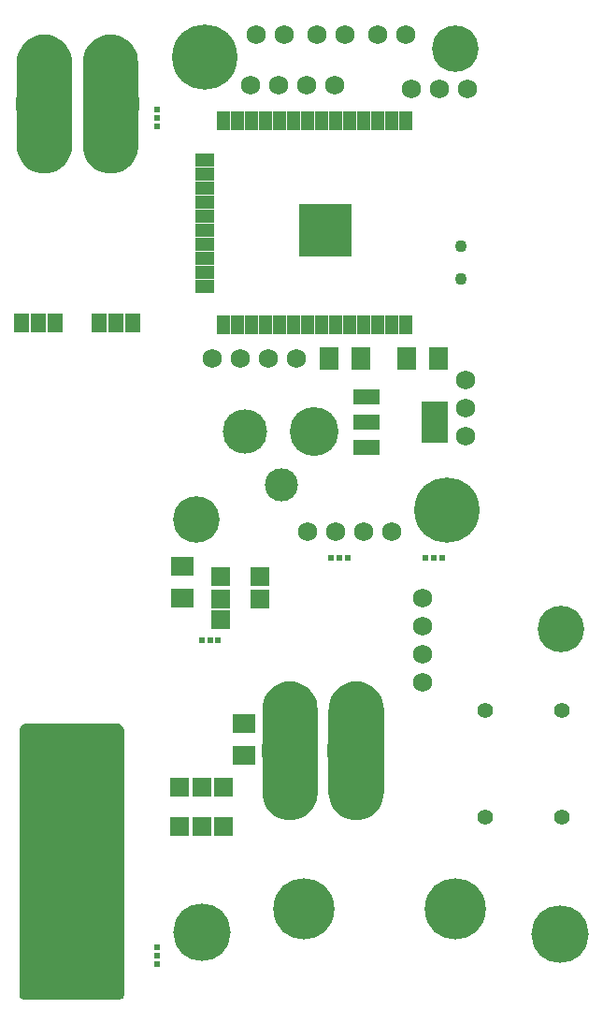
<source format=gbr>
G04 EAGLE Gerber RS-274X export*
G75*
%MOMM*%
%FSLAX34Y34*%
%LPD*%
%INSoldermask Top*%
%IPPOS*%
%AMOC8*
5,1,8,0,0,1.08239X$1,22.5*%
G01*
%ADD10C,0.603200*%
%ADD11C,5.903200*%
%ADD12C,5.203200*%
%ADD13C,4.203200*%
%ADD14R,1.203200X1.703200*%
%ADD15R,1.703200X1.203200*%
%ADD16R,4.703200X4.703200*%
%ADD17R,2.438400X1.422400*%
%ADD18R,2.403200X3.803200*%
%ADD19R,1.803200X2.006200*%
%ADD20R,2.006200X1.803200*%
%ADD21C,5.537200*%
%ADD22C,1.727200*%
%ADD23R,1.703200X1.703200*%
%ADD24C,1.403200*%
%ADD25R,1.371600X1.803400*%
%ADD26R,1.203200X1.203200*%
%ADD27C,1.103200*%
%ADD28C,4.419200*%
%ADD29C,4.019200*%
%ADD30C,3.003200*%

G36*
X107500Y2495D02*
X107500Y2495D01*
X107501Y2495D01*
X108613Y2620D01*
X108614Y2621D01*
X109671Y2990D01*
X109671Y2991D01*
X109672Y2991D01*
X110620Y3587D01*
X110621Y3587D01*
X111413Y4379D01*
X111413Y4380D01*
X112009Y5328D01*
X112009Y5329D01*
X112010Y5329D01*
X112379Y6386D01*
X112380Y6387D01*
X112380Y6390D01*
X112380Y6395D01*
X112381Y6395D01*
X112380Y6395D01*
X112383Y6420D01*
X112384Y6425D01*
X112384Y6430D01*
X112385Y6435D01*
X112386Y6440D01*
X112386Y6445D01*
X112387Y6449D01*
X112387Y6450D01*
X112387Y6454D01*
X112387Y6455D01*
X112390Y6479D01*
X112391Y6484D01*
X112391Y6489D01*
X112392Y6494D01*
X112392Y6499D01*
X112393Y6504D01*
X112393Y6509D01*
X112394Y6514D01*
X112394Y6519D01*
X112395Y6519D01*
X112394Y6519D01*
X112397Y6539D01*
X112397Y6544D01*
X112398Y6549D01*
X112398Y6554D01*
X112399Y6559D01*
X112400Y6564D01*
X112400Y6569D01*
X112401Y6574D01*
X112401Y6579D01*
X112403Y6599D01*
X112404Y6604D01*
X112405Y6608D01*
X112405Y6609D01*
X112405Y6613D01*
X112405Y6614D01*
X112406Y6618D01*
X112406Y6623D01*
X112407Y6628D01*
X112407Y6633D01*
X112408Y6638D01*
X112410Y6658D01*
X112411Y6663D01*
X112411Y6668D01*
X112412Y6673D01*
X112412Y6678D01*
X112413Y6683D01*
X112414Y6688D01*
X112414Y6693D01*
X112415Y6698D01*
X112417Y6718D01*
X112417Y6723D01*
X112418Y6728D01*
X112419Y6733D01*
X112419Y6738D01*
X112420Y6743D01*
X112420Y6748D01*
X112421Y6753D01*
X112421Y6758D01*
X112424Y6777D01*
X112424Y6782D01*
X112425Y6787D01*
X112425Y6792D01*
X112426Y6797D01*
X112426Y6802D01*
X112427Y6807D01*
X112428Y6812D01*
X112428Y6817D01*
X112430Y6837D01*
X112431Y6842D01*
X112431Y6847D01*
X112432Y6852D01*
X112433Y6857D01*
X112433Y6862D01*
X112434Y6867D01*
X112434Y6872D01*
X112435Y6877D01*
X112437Y6897D01*
X112438Y6902D01*
X112438Y6907D01*
X112439Y6912D01*
X112439Y6917D01*
X112440Y6922D01*
X112440Y6926D01*
X112440Y6927D01*
X112441Y6931D01*
X112441Y6932D01*
X112442Y6936D01*
X112444Y6956D01*
X112444Y6961D01*
X112445Y6966D01*
X112445Y6971D01*
X112446Y6976D01*
X112447Y6981D01*
X112447Y6986D01*
X112448Y6991D01*
X112448Y6996D01*
X112451Y7021D01*
X112452Y7026D01*
X112452Y7031D01*
X112453Y7036D01*
X112453Y7041D01*
X112454Y7046D01*
X112454Y7051D01*
X112455Y7056D01*
X112458Y7081D01*
X112458Y7085D01*
X112458Y7086D01*
X112459Y7090D01*
X112459Y7091D01*
X112459Y7095D01*
X112460Y7100D01*
X112461Y7105D01*
X112461Y7110D01*
X112462Y7115D01*
X112464Y7140D01*
X112465Y7145D01*
X112466Y7150D01*
X112466Y7155D01*
X112467Y7160D01*
X112467Y7165D01*
X112468Y7170D01*
X112468Y7175D01*
X112471Y7200D01*
X112472Y7205D01*
X112472Y7210D01*
X112473Y7215D01*
X112473Y7220D01*
X112474Y7225D01*
X112475Y7230D01*
X112475Y7235D01*
X112476Y7240D01*
X112478Y7259D01*
X112478Y7264D01*
X112479Y7269D01*
X112480Y7274D01*
X112480Y7279D01*
X112481Y7284D01*
X112481Y7289D01*
X112482Y7294D01*
X112482Y7299D01*
X112485Y7319D01*
X112485Y7324D01*
X112486Y7329D01*
X112486Y7334D01*
X112487Y7339D01*
X112487Y7344D01*
X112488Y7349D01*
X112489Y7354D01*
X112489Y7359D01*
X112491Y7379D01*
X112492Y7384D01*
X112492Y7389D01*
X112493Y7394D01*
X112494Y7399D01*
X112494Y7403D01*
X112494Y7404D01*
X112495Y7408D01*
X112495Y7409D01*
X112495Y7413D01*
X112496Y7418D01*
X112498Y7438D01*
X112499Y7443D01*
X112499Y7448D01*
X112500Y7453D01*
X112500Y7458D01*
X112501Y7463D01*
X112501Y7468D01*
X112502Y7473D01*
X112503Y7478D01*
X112505Y7498D01*
X112505Y7499D01*
X112505Y7500D01*
X112505Y245000D01*
X112505Y245001D01*
X112361Y246464D01*
X112360Y246464D01*
X112361Y246465D01*
X111934Y247872D01*
X111933Y247872D01*
X111934Y247872D01*
X111240Y249169D01*
X111240Y249170D01*
X110307Y250306D01*
X110307Y250307D01*
X110306Y250307D01*
X109170Y251240D01*
X109169Y251240D01*
X107872Y251934D01*
X107872Y251933D01*
X107872Y251934D01*
X106465Y252361D01*
X106464Y252360D01*
X106464Y252361D01*
X105001Y252505D01*
X105000Y252505D01*
X25000Y252505D01*
X23536Y252361D01*
X23536Y252360D01*
X23535Y252361D01*
X22128Y251934D01*
X22128Y251933D01*
X22128Y251934D01*
X20831Y251240D01*
X20830Y251240D01*
X19694Y250307D01*
X19693Y250307D01*
X19693Y250306D01*
X18760Y249170D01*
X18760Y249169D01*
X18067Y247872D01*
X18066Y247872D01*
X17639Y246465D01*
X17640Y246464D01*
X17639Y246464D01*
X17495Y245001D01*
X17495Y245000D01*
X17495Y7500D01*
X17495Y7499D01*
X17620Y6387D01*
X17621Y6386D01*
X17990Y5329D01*
X17991Y5329D01*
X17991Y5328D01*
X18587Y4380D01*
X18587Y4379D01*
X19379Y3587D01*
X19380Y3587D01*
X20328Y2991D01*
X20329Y2991D01*
X20329Y2990D01*
X21386Y2621D01*
X21387Y2620D01*
X22499Y2495D01*
X22500Y2495D01*
X107500Y2495D01*
X107500Y2495D01*
G37*
G36*
X43558Y750050D02*
X43558Y750050D01*
X43559Y750050D01*
X47044Y750808D01*
X47045Y750808D01*
X50387Y752055D01*
X50388Y752055D01*
X53518Y753764D01*
X53519Y753765D01*
X56375Y755902D01*
X56375Y755903D01*
X58897Y758425D01*
X58898Y758425D01*
X61035Y761281D01*
X61035Y761282D01*
X61036Y761282D01*
X62745Y764412D01*
X62745Y764413D01*
X63992Y767755D01*
X63992Y767756D01*
X64750Y771241D01*
X64750Y771242D01*
X64751Y771242D01*
X64753Y771274D01*
X64754Y771289D01*
X64756Y771314D01*
X64757Y771329D01*
X64760Y771369D01*
X64762Y771408D01*
X64765Y771448D01*
X64768Y771488D01*
X64771Y771528D01*
X64772Y771543D01*
X64775Y771582D01*
X64778Y771622D01*
X64781Y771662D01*
X64783Y771702D01*
X64786Y771741D01*
X64787Y771756D01*
X64790Y771796D01*
X64793Y771836D01*
X64796Y771875D01*
X64796Y771876D01*
X64799Y771915D01*
X64802Y771955D01*
X64803Y771970D01*
X64805Y772010D01*
X64808Y772049D01*
X64811Y772089D01*
X64814Y772129D01*
X64817Y772169D01*
X64818Y772184D01*
X64821Y772223D01*
X64824Y772263D01*
X64826Y772303D01*
X64829Y772343D01*
X64832Y772382D01*
X64833Y772397D01*
X64836Y772437D01*
X64839Y772477D01*
X64842Y772516D01*
X64842Y772517D01*
X64845Y772556D01*
X64847Y772596D01*
X64848Y772611D01*
X64851Y772651D01*
X64854Y772690D01*
X64857Y772730D01*
X64860Y772770D01*
X64863Y772810D01*
X64864Y772825D01*
X64867Y772864D01*
X64869Y772904D01*
X64872Y772944D01*
X64875Y772984D01*
X64878Y773023D01*
X64879Y773038D01*
X64882Y773078D01*
X64885Y773118D01*
X64888Y773157D01*
X64890Y773197D01*
X64893Y773237D01*
X64894Y773252D01*
X64897Y773292D01*
X64900Y773331D01*
X64903Y773371D01*
X64906Y773411D01*
X64908Y773451D01*
X64909Y773451D01*
X64908Y773451D01*
X64910Y773466D01*
X64912Y773505D01*
X64915Y773545D01*
X64918Y773585D01*
X64921Y773624D01*
X64921Y773625D01*
X64924Y773664D01*
X64925Y773679D01*
X64928Y773719D01*
X64931Y773759D01*
X64933Y773798D01*
X64936Y773838D01*
X64939Y773878D01*
X64940Y773893D01*
X64943Y773933D01*
X64946Y773972D01*
X64949Y774012D01*
X64951Y774052D01*
X64952Y774052D01*
X64951Y774052D01*
X64954Y774092D01*
X64955Y774106D01*
X64955Y774107D01*
X64958Y774146D01*
X64961Y774186D01*
X64964Y774226D01*
X64967Y774265D01*
X64967Y774266D01*
X64970Y774305D01*
X64971Y774320D01*
X64974Y774360D01*
X64976Y774400D01*
X64979Y774439D01*
X64982Y774479D01*
X64985Y774519D01*
X64986Y774534D01*
X64989Y774574D01*
X64992Y774613D01*
X64994Y774653D01*
X64995Y774653D01*
X64994Y774653D01*
X64997Y774693D01*
X65000Y774733D01*
X65001Y774747D01*
X65004Y774787D01*
X65005Y774800D01*
X65005Y850200D01*
X64751Y853758D01*
X64750Y853759D01*
X63992Y857244D01*
X63992Y857245D01*
X62745Y860587D01*
X62745Y860588D01*
X61036Y863718D01*
X61035Y863719D01*
X58898Y866575D01*
X58897Y866575D01*
X56375Y869097D01*
X56375Y869098D01*
X53519Y871235D01*
X53518Y871236D01*
X50388Y872945D01*
X50387Y872945D01*
X47045Y874192D01*
X47044Y874192D01*
X43559Y874950D01*
X43558Y874950D01*
X43558Y874951D01*
X43525Y874953D01*
X43456Y874958D01*
X43386Y874963D01*
X43317Y874968D01*
X43247Y874973D01*
X43178Y874978D01*
X43108Y874983D01*
X43039Y874988D01*
X42969Y874993D01*
X42900Y874998D01*
X42830Y875003D01*
X42761Y875008D01*
X42691Y875013D01*
X42622Y875017D01*
X42553Y875022D01*
X42552Y875022D01*
X42483Y875027D01*
X42414Y875032D01*
X42413Y875032D01*
X42344Y875037D01*
X42275Y875042D01*
X42205Y875047D01*
X42136Y875052D01*
X42066Y875057D01*
X41997Y875062D01*
X41927Y875067D01*
X41858Y875072D01*
X41788Y875077D01*
X41719Y875082D01*
X41649Y875087D01*
X41580Y875092D01*
X41510Y875097D01*
X41441Y875102D01*
X41372Y875107D01*
X41371Y875107D01*
X41302Y875112D01*
X41233Y875117D01*
X41232Y875117D01*
X41163Y875122D01*
X41094Y875127D01*
X41024Y875132D01*
X40955Y875137D01*
X40885Y875142D01*
X40816Y875147D01*
X40746Y875152D01*
X40677Y875157D01*
X40607Y875162D01*
X40538Y875167D01*
X40468Y875172D01*
X40399Y875176D01*
X40329Y875181D01*
X40260Y875186D01*
X40190Y875191D01*
X40121Y875196D01*
X40052Y875201D01*
X40051Y875201D01*
X40000Y875205D01*
X39949Y875201D01*
X39948Y875201D01*
X39879Y875196D01*
X39810Y875191D01*
X39740Y875186D01*
X39671Y875181D01*
X39601Y875176D01*
X39532Y875172D01*
X39462Y875167D01*
X39393Y875162D01*
X39323Y875157D01*
X39254Y875152D01*
X39184Y875147D01*
X39115Y875142D01*
X39045Y875137D01*
X38976Y875132D01*
X38906Y875127D01*
X38837Y875122D01*
X38768Y875117D01*
X38767Y875117D01*
X38698Y875112D01*
X38629Y875107D01*
X38628Y875107D01*
X38559Y875102D01*
X38490Y875097D01*
X38420Y875092D01*
X38351Y875087D01*
X38281Y875082D01*
X38212Y875077D01*
X38142Y875072D01*
X38073Y875067D01*
X38003Y875062D01*
X37934Y875057D01*
X37864Y875052D01*
X37795Y875047D01*
X37725Y875042D01*
X37656Y875037D01*
X37587Y875032D01*
X37586Y875032D01*
X37517Y875027D01*
X37448Y875022D01*
X37447Y875022D01*
X37378Y875017D01*
X37309Y875013D01*
X37239Y875008D01*
X37170Y875003D01*
X37100Y874998D01*
X37031Y874993D01*
X36961Y874988D01*
X36892Y874983D01*
X36822Y874978D01*
X36753Y874973D01*
X36683Y874968D01*
X36614Y874963D01*
X36544Y874958D01*
X36475Y874953D01*
X36442Y874951D01*
X36441Y874950D01*
X32956Y874192D01*
X32955Y874192D01*
X29613Y872945D01*
X29612Y872945D01*
X26482Y871236D01*
X26481Y871235D01*
X23625Y869098D01*
X23625Y869097D01*
X21103Y866575D01*
X21102Y866575D01*
X18965Y863719D01*
X18964Y863718D01*
X17255Y860588D01*
X17255Y860587D01*
X16008Y857245D01*
X16008Y857244D01*
X15250Y853759D01*
X15250Y853758D01*
X15248Y853742D01*
X15246Y853702D01*
X15245Y853702D01*
X15246Y853702D01*
X15244Y853687D01*
X15243Y853662D01*
X15242Y853647D01*
X15239Y853608D01*
X15236Y853568D01*
X15233Y853528D01*
X15230Y853489D01*
X15230Y853488D01*
X15227Y853449D01*
X15226Y853434D01*
X15223Y853394D01*
X15221Y853354D01*
X15218Y853315D01*
X15215Y853275D01*
X15212Y853235D01*
X15211Y853220D01*
X15208Y853180D01*
X15205Y853141D01*
X15203Y853101D01*
X15202Y853101D01*
X15203Y853101D01*
X15200Y853061D01*
X15197Y853021D01*
X15196Y853007D01*
X15196Y853006D01*
X15193Y852967D01*
X15190Y852927D01*
X15187Y852887D01*
X15184Y852848D01*
X15184Y852847D01*
X15182Y852808D01*
X15180Y852793D01*
X15178Y852753D01*
X15175Y852713D01*
X15172Y852674D01*
X15169Y852634D01*
X15166Y852594D01*
X15165Y852579D01*
X15162Y852539D01*
X15160Y852500D01*
X15159Y852500D01*
X15160Y852500D01*
X15157Y852460D01*
X15154Y852420D01*
X15151Y852380D01*
X15150Y852366D01*
X15147Y852326D01*
X15144Y852286D01*
X15141Y852246D01*
X15139Y852207D01*
X15136Y852167D01*
X15135Y852152D01*
X15132Y852112D01*
X15129Y852072D01*
X15126Y852033D01*
X15123Y851993D01*
X15120Y851953D01*
X15119Y851938D01*
X15117Y851899D01*
X15116Y851898D01*
X15117Y851898D01*
X15114Y851859D01*
X15111Y851819D01*
X15108Y851779D01*
X15105Y851740D01*
X15105Y851739D01*
X15104Y851725D01*
X15101Y851685D01*
X15098Y851645D01*
X15096Y851605D01*
X15093Y851566D01*
X15090Y851526D01*
X15089Y851511D01*
X15086Y851471D01*
X15083Y851431D01*
X15080Y851392D01*
X15077Y851352D01*
X15075Y851312D01*
X15074Y851297D01*
X15073Y851297D01*
X15071Y851258D01*
X15071Y851257D01*
X15068Y851218D01*
X15065Y851178D01*
X15062Y851138D01*
X15059Y851099D01*
X15059Y851098D01*
X15058Y851084D01*
X15055Y851044D01*
X15053Y851004D01*
X15050Y850964D01*
X15047Y850925D01*
X15044Y850885D01*
X15043Y850870D01*
X15040Y850830D01*
X15037Y850790D01*
X15034Y850751D01*
X15032Y850711D01*
X15029Y850671D01*
X15028Y850656D01*
X15025Y850617D01*
X15022Y850577D01*
X15019Y850537D01*
X15016Y850497D01*
X15013Y850458D01*
X15012Y850443D01*
X15010Y850403D01*
X15007Y850363D01*
X15004Y850323D01*
X15001Y850284D01*
X14998Y850244D01*
X14997Y850229D01*
X14995Y850200D01*
X14995Y774800D01*
X15250Y771242D01*
X15250Y771241D01*
X16008Y767756D01*
X16008Y767755D01*
X17255Y764413D01*
X17255Y764412D01*
X18964Y761282D01*
X18965Y761281D01*
X21102Y758425D01*
X21103Y758425D01*
X23625Y755903D01*
X23625Y755902D01*
X26481Y753765D01*
X26482Y753765D01*
X26482Y753764D01*
X29612Y752055D01*
X29613Y752055D01*
X32955Y750808D01*
X32956Y750808D01*
X36441Y750050D01*
X36442Y750050D01*
X40000Y749795D01*
X43558Y750050D01*
G37*
G36*
X103558Y750050D02*
X103558Y750050D01*
X103559Y750050D01*
X107044Y750808D01*
X107045Y750808D01*
X110387Y752055D01*
X110388Y752055D01*
X113518Y753764D01*
X113519Y753765D01*
X116375Y755902D01*
X116375Y755903D01*
X118897Y758425D01*
X118898Y758425D01*
X121035Y761281D01*
X121035Y761282D01*
X121036Y761282D01*
X122745Y764412D01*
X122745Y764413D01*
X123992Y767755D01*
X123992Y767756D01*
X124750Y771241D01*
X124750Y771242D01*
X124751Y771242D01*
X124753Y771274D01*
X124754Y771289D01*
X124756Y771314D01*
X124757Y771329D01*
X124760Y771369D01*
X124762Y771408D01*
X124765Y771448D01*
X124768Y771488D01*
X124771Y771528D01*
X124772Y771543D01*
X124775Y771582D01*
X124778Y771622D01*
X124781Y771662D01*
X124783Y771702D01*
X124786Y771741D01*
X124787Y771756D01*
X124790Y771796D01*
X124793Y771836D01*
X124796Y771875D01*
X124796Y771876D01*
X124799Y771915D01*
X124802Y771955D01*
X124803Y771970D01*
X124805Y772010D01*
X124808Y772049D01*
X124811Y772089D01*
X124814Y772129D01*
X124817Y772169D01*
X124818Y772184D01*
X124821Y772223D01*
X124824Y772263D01*
X124826Y772303D01*
X124829Y772343D01*
X124832Y772382D01*
X124833Y772397D01*
X124836Y772437D01*
X124839Y772477D01*
X124842Y772516D01*
X124842Y772517D01*
X124845Y772556D01*
X124847Y772596D01*
X124848Y772611D01*
X124851Y772651D01*
X124854Y772690D01*
X124857Y772730D01*
X124860Y772770D01*
X124863Y772810D01*
X124864Y772825D01*
X124867Y772864D01*
X124869Y772904D01*
X124872Y772944D01*
X124875Y772984D01*
X124878Y773023D01*
X124879Y773038D01*
X124882Y773078D01*
X124885Y773118D01*
X124888Y773157D01*
X124890Y773197D01*
X124893Y773237D01*
X124894Y773252D01*
X124897Y773292D01*
X124900Y773331D01*
X124903Y773371D01*
X124906Y773411D01*
X124908Y773451D01*
X124909Y773451D01*
X124908Y773451D01*
X124910Y773466D01*
X124912Y773505D01*
X124915Y773545D01*
X124918Y773585D01*
X124921Y773624D01*
X124921Y773625D01*
X124924Y773664D01*
X124925Y773679D01*
X124928Y773719D01*
X124931Y773759D01*
X124933Y773798D01*
X124936Y773838D01*
X124939Y773878D01*
X124940Y773893D01*
X124943Y773933D01*
X124946Y773972D01*
X124949Y774012D01*
X124951Y774052D01*
X124952Y774052D01*
X124951Y774052D01*
X124954Y774092D01*
X124955Y774106D01*
X124955Y774107D01*
X124958Y774146D01*
X124961Y774186D01*
X124964Y774226D01*
X124967Y774265D01*
X124967Y774266D01*
X124970Y774305D01*
X124971Y774320D01*
X124974Y774360D01*
X124976Y774400D01*
X124979Y774439D01*
X124982Y774479D01*
X124985Y774519D01*
X124986Y774534D01*
X124989Y774574D01*
X124992Y774613D01*
X124994Y774653D01*
X124995Y774653D01*
X124994Y774653D01*
X124997Y774693D01*
X125000Y774733D01*
X125001Y774747D01*
X125004Y774787D01*
X125005Y774800D01*
X125005Y850200D01*
X124751Y853758D01*
X124750Y853759D01*
X123992Y857244D01*
X123992Y857245D01*
X122745Y860587D01*
X122745Y860588D01*
X121036Y863718D01*
X121035Y863719D01*
X118898Y866575D01*
X118897Y866575D01*
X116375Y869097D01*
X116375Y869098D01*
X113519Y871235D01*
X113518Y871236D01*
X110388Y872945D01*
X110387Y872945D01*
X107045Y874192D01*
X107044Y874192D01*
X103559Y874950D01*
X103558Y874950D01*
X103558Y874951D01*
X103525Y874953D01*
X103456Y874958D01*
X103386Y874963D01*
X103317Y874968D01*
X103247Y874973D01*
X103178Y874978D01*
X103108Y874983D01*
X103039Y874988D01*
X102969Y874993D01*
X102900Y874998D01*
X102830Y875003D01*
X102761Y875008D01*
X102691Y875013D01*
X102622Y875017D01*
X102553Y875022D01*
X102552Y875022D01*
X102483Y875027D01*
X102414Y875032D01*
X102413Y875032D01*
X102344Y875037D01*
X102275Y875042D01*
X102205Y875047D01*
X102136Y875052D01*
X102066Y875057D01*
X101997Y875062D01*
X101927Y875067D01*
X101858Y875072D01*
X101788Y875077D01*
X101719Y875082D01*
X101649Y875087D01*
X101580Y875092D01*
X101510Y875097D01*
X101441Y875102D01*
X101372Y875107D01*
X101371Y875107D01*
X101302Y875112D01*
X101233Y875117D01*
X101232Y875117D01*
X101163Y875122D01*
X101094Y875127D01*
X101024Y875132D01*
X100955Y875137D01*
X100885Y875142D01*
X100816Y875147D01*
X100746Y875152D01*
X100677Y875157D01*
X100607Y875162D01*
X100538Y875167D01*
X100468Y875172D01*
X100399Y875176D01*
X100329Y875181D01*
X100260Y875186D01*
X100190Y875191D01*
X100121Y875196D01*
X100052Y875201D01*
X100051Y875201D01*
X100000Y875205D01*
X99949Y875201D01*
X99948Y875201D01*
X99879Y875196D01*
X99810Y875191D01*
X99740Y875186D01*
X99671Y875181D01*
X99601Y875176D01*
X99532Y875172D01*
X99462Y875167D01*
X99393Y875162D01*
X99323Y875157D01*
X99254Y875152D01*
X99184Y875147D01*
X99115Y875142D01*
X99045Y875137D01*
X98976Y875132D01*
X98906Y875127D01*
X98837Y875122D01*
X98768Y875117D01*
X98767Y875117D01*
X98698Y875112D01*
X98629Y875107D01*
X98628Y875107D01*
X98559Y875102D01*
X98490Y875097D01*
X98420Y875092D01*
X98351Y875087D01*
X98281Y875082D01*
X98212Y875077D01*
X98142Y875072D01*
X98073Y875067D01*
X98003Y875062D01*
X97934Y875057D01*
X97864Y875052D01*
X97795Y875047D01*
X97725Y875042D01*
X97656Y875037D01*
X97587Y875032D01*
X97586Y875032D01*
X97517Y875027D01*
X97448Y875022D01*
X97447Y875022D01*
X97378Y875017D01*
X97309Y875013D01*
X97239Y875008D01*
X97170Y875003D01*
X97100Y874998D01*
X97031Y874993D01*
X96961Y874988D01*
X96892Y874983D01*
X96822Y874978D01*
X96753Y874973D01*
X96683Y874968D01*
X96614Y874963D01*
X96544Y874958D01*
X96475Y874953D01*
X96442Y874951D01*
X96441Y874950D01*
X92956Y874192D01*
X92955Y874192D01*
X89613Y872945D01*
X89612Y872945D01*
X86482Y871236D01*
X86481Y871235D01*
X83625Y869098D01*
X83625Y869097D01*
X81103Y866575D01*
X81102Y866575D01*
X78965Y863719D01*
X78964Y863718D01*
X77255Y860588D01*
X77255Y860587D01*
X76008Y857245D01*
X76008Y857244D01*
X75250Y853759D01*
X75250Y853758D01*
X75248Y853742D01*
X75246Y853702D01*
X75245Y853702D01*
X75246Y853702D01*
X75244Y853687D01*
X75243Y853662D01*
X75242Y853647D01*
X75239Y853608D01*
X75236Y853568D01*
X75233Y853528D01*
X75230Y853489D01*
X75230Y853488D01*
X75227Y853449D01*
X75226Y853434D01*
X75223Y853394D01*
X75221Y853354D01*
X75218Y853315D01*
X75215Y853275D01*
X75212Y853235D01*
X75211Y853220D01*
X75208Y853180D01*
X75205Y853141D01*
X75203Y853101D01*
X75202Y853101D01*
X75203Y853101D01*
X75200Y853061D01*
X75197Y853021D01*
X75196Y853007D01*
X75196Y853006D01*
X75193Y852967D01*
X75190Y852927D01*
X75187Y852887D01*
X75184Y852848D01*
X75184Y852847D01*
X75182Y852808D01*
X75180Y852793D01*
X75178Y852753D01*
X75175Y852713D01*
X75172Y852674D01*
X75169Y852634D01*
X75166Y852594D01*
X75165Y852579D01*
X75162Y852539D01*
X75160Y852500D01*
X75159Y852500D01*
X75160Y852500D01*
X75157Y852460D01*
X75154Y852420D01*
X75151Y852380D01*
X75150Y852366D01*
X75147Y852326D01*
X75144Y852286D01*
X75141Y852246D01*
X75139Y852207D01*
X75136Y852167D01*
X75135Y852152D01*
X75132Y852112D01*
X75129Y852072D01*
X75126Y852033D01*
X75123Y851993D01*
X75120Y851953D01*
X75119Y851938D01*
X75117Y851899D01*
X75116Y851898D01*
X75117Y851898D01*
X75114Y851859D01*
X75111Y851819D01*
X75108Y851779D01*
X75105Y851740D01*
X75105Y851739D01*
X75104Y851725D01*
X75101Y851685D01*
X75098Y851645D01*
X75096Y851605D01*
X75093Y851566D01*
X75090Y851526D01*
X75089Y851511D01*
X75086Y851471D01*
X75083Y851431D01*
X75080Y851392D01*
X75077Y851352D01*
X75075Y851312D01*
X75074Y851297D01*
X75073Y851297D01*
X75071Y851258D01*
X75071Y851257D01*
X75068Y851218D01*
X75065Y851178D01*
X75062Y851138D01*
X75059Y851099D01*
X75059Y851098D01*
X75058Y851084D01*
X75055Y851044D01*
X75053Y851004D01*
X75050Y850964D01*
X75047Y850925D01*
X75044Y850885D01*
X75043Y850870D01*
X75040Y850830D01*
X75037Y850790D01*
X75034Y850751D01*
X75032Y850711D01*
X75029Y850671D01*
X75028Y850656D01*
X75025Y850617D01*
X75022Y850577D01*
X75019Y850537D01*
X75016Y850497D01*
X75013Y850458D01*
X75012Y850443D01*
X75010Y850403D01*
X75007Y850363D01*
X75004Y850323D01*
X75001Y850284D01*
X74998Y850244D01*
X74997Y850229D01*
X74995Y850200D01*
X74995Y774800D01*
X75250Y771242D01*
X75250Y771241D01*
X76008Y767756D01*
X76008Y767755D01*
X77255Y764413D01*
X77255Y764412D01*
X78964Y761282D01*
X78965Y761281D01*
X81102Y758425D01*
X81103Y758425D01*
X83625Y755903D01*
X83625Y755902D01*
X86481Y753765D01*
X86482Y753765D01*
X86482Y753764D01*
X89612Y752055D01*
X89613Y752055D01*
X92955Y750808D01*
X92956Y750808D01*
X96441Y750050D01*
X96442Y750050D01*
X100000Y749795D01*
X103558Y750050D01*
G37*
G36*
X326058Y165050D02*
X326058Y165050D01*
X326059Y165050D01*
X329544Y165808D01*
X329545Y165808D01*
X332887Y167055D01*
X332888Y167055D01*
X336018Y168764D01*
X336019Y168765D01*
X338875Y170902D01*
X338875Y170903D01*
X341397Y173425D01*
X341398Y173425D01*
X343535Y176281D01*
X343535Y176282D01*
X343536Y176282D01*
X345245Y179412D01*
X345245Y179413D01*
X346492Y182755D01*
X346492Y182756D01*
X347250Y186241D01*
X347250Y186242D01*
X347251Y186242D01*
X347253Y186274D01*
X347254Y186289D01*
X347256Y186314D01*
X347257Y186329D01*
X347260Y186369D01*
X347262Y186408D01*
X347265Y186448D01*
X347268Y186488D01*
X347271Y186528D01*
X347272Y186543D01*
X347275Y186582D01*
X347278Y186622D01*
X347281Y186662D01*
X347283Y186702D01*
X347286Y186741D01*
X347287Y186756D01*
X347290Y186796D01*
X347293Y186836D01*
X347296Y186875D01*
X347296Y186876D01*
X347299Y186915D01*
X347302Y186955D01*
X347303Y186970D01*
X347305Y187010D01*
X347308Y187049D01*
X347311Y187089D01*
X347314Y187129D01*
X347317Y187169D01*
X347318Y187184D01*
X347321Y187223D01*
X347324Y187263D01*
X347326Y187303D01*
X347329Y187343D01*
X347332Y187382D01*
X347333Y187397D01*
X347336Y187437D01*
X347339Y187477D01*
X347342Y187516D01*
X347342Y187517D01*
X347345Y187556D01*
X347347Y187596D01*
X347348Y187611D01*
X347351Y187651D01*
X347354Y187690D01*
X347357Y187730D01*
X347360Y187770D01*
X347363Y187810D01*
X347364Y187825D01*
X347367Y187864D01*
X347369Y187904D01*
X347372Y187944D01*
X347375Y187984D01*
X347378Y188023D01*
X347379Y188038D01*
X347382Y188078D01*
X347385Y188118D01*
X347388Y188157D01*
X347390Y188197D01*
X347393Y188237D01*
X347394Y188252D01*
X347397Y188292D01*
X347400Y188331D01*
X347403Y188371D01*
X347406Y188411D01*
X347408Y188451D01*
X347409Y188451D01*
X347408Y188451D01*
X347410Y188466D01*
X347412Y188505D01*
X347415Y188545D01*
X347418Y188585D01*
X347421Y188624D01*
X347421Y188625D01*
X347424Y188664D01*
X347425Y188679D01*
X347428Y188719D01*
X347431Y188759D01*
X347433Y188798D01*
X347436Y188838D01*
X347439Y188878D01*
X347440Y188893D01*
X347443Y188933D01*
X347446Y188972D01*
X347449Y189012D01*
X347451Y189052D01*
X347452Y189052D01*
X347451Y189052D01*
X347454Y189092D01*
X347455Y189106D01*
X347455Y189107D01*
X347458Y189146D01*
X347461Y189186D01*
X347464Y189226D01*
X347467Y189265D01*
X347467Y189266D01*
X347470Y189305D01*
X347471Y189320D01*
X347474Y189360D01*
X347476Y189400D01*
X347479Y189439D01*
X347482Y189479D01*
X347485Y189519D01*
X347486Y189534D01*
X347489Y189574D01*
X347492Y189613D01*
X347494Y189653D01*
X347495Y189653D01*
X347494Y189653D01*
X347497Y189693D01*
X347500Y189733D01*
X347501Y189747D01*
X347504Y189787D01*
X347505Y189800D01*
X347505Y265200D01*
X347251Y268758D01*
X347250Y268759D01*
X346492Y272244D01*
X346492Y272245D01*
X345245Y275587D01*
X345245Y275588D01*
X343536Y278718D01*
X343535Y278719D01*
X341398Y281575D01*
X341397Y281575D01*
X338875Y284097D01*
X338875Y284098D01*
X336019Y286235D01*
X336018Y286236D01*
X332888Y287945D01*
X332887Y287945D01*
X329545Y289192D01*
X329544Y289192D01*
X326059Y289950D01*
X326058Y289950D01*
X326058Y289951D01*
X326025Y289953D01*
X325956Y289958D01*
X325886Y289963D01*
X325817Y289968D01*
X325747Y289973D01*
X325678Y289978D01*
X325608Y289983D01*
X325539Y289988D01*
X325469Y289993D01*
X325400Y289998D01*
X325330Y290003D01*
X325261Y290008D01*
X325191Y290013D01*
X325122Y290017D01*
X325053Y290022D01*
X325052Y290022D01*
X324983Y290027D01*
X324914Y290032D01*
X324913Y290032D01*
X324844Y290037D01*
X324775Y290042D01*
X324705Y290047D01*
X324636Y290052D01*
X324566Y290057D01*
X324497Y290062D01*
X324427Y290067D01*
X324358Y290072D01*
X324288Y290077D01*
X324219Y290082D01*
X324149Y290087D01*
X324080Y290092D01*
X324010Y290097D01*
X323941Y290102D01*
X323872Y290107D01*
X323871Y290107D01*
X323802Y290112D01*
X323733Y290117D01*
X323732Y290117D01*
X323663Y290122D01*
X323594Y290127D01*
X323524Y290132D01*
X323455Y290137D01*
X323385Y290142D01*
X323316Y290147D01*
X323246Y290152D01*
X323177Y290157D01*
X323107Y290162D01*
X323038Y290167D01*
X322968Y290172D01*
X322899Y290176D01*
X322829Y290181D01*
X322760Y290186D01*
X322690Y290191D01*
X322621Y290196D01*
X322552Y290201D01*
X322551Y290201D01*
X322500Y290205D01*
X322449Y290201D01*
X322448Y290201D01*
X322379Y290196D01*
X322310Y290191D01*
X322240Y290186D01*
X322171Y290181D01*
X322101Y290176D01*
X322032Y290172D01*
X321962Y290167D01*
X321893Y290162D01*
X321823Y290157D01*
X321754Y290152D01*
X321684Y290147D01*
X321615Y290142D01*
X321545Y290137D01*
X321476Y290132D01*
X321406Y290127D01*
X321337Y290122D01*
X321268Y290117D01*
X321267Y290117D01*
X321198Y290112D01*
X321129Y290107D01*
X321128Y290107D01*
X321059Y290102D01*
X320990Y290097D01*
X320920Y290092D01*
X320851Y290087D01*
X320781Y290082D01*
X320712Y290077D01*
X320642Y290072D01*
X320573Y290067D01*
X320503Y290062D01*
X320434Y290057D01*
X320364Y290052D01*
X320295Y290047D01*
X320225Y290042D01*
X320156Y290037D01*
X320087Y290032D01*
X320086Y290032D01*
X320017Y290027D01*
X319948Y290022D01*
X319947Y290022D01*
X319878Y290017D01*
X319809Y290013D01*
X319739Y290008D01*
X319670Y290003D01*
X319600Y289998D01*
X319531Y289993D01*
X319461Y289988D01*
X319392Y289983D01*
X319322Y289978D01*
X319253Y289973D01*
X319183Y289968D01*
X319114Y289963D01*
X319044Y289958D01*
X318975Y289953D01*
X318942Y289951D01*
X318941Y289950D01*
X315456Y289192D01*
X315455Y289192D01*
X312113Y287945D01*
X312112Y287945D01*
X308982Y286236D01*
X308981Y286235D01*
X306125Y284098D01*
X306125Y284097D01*
X303603Y281575D01*
X303602Y281575D01*
X301465Y278719D01*
X301464Y278718D01*
X299755Y275588D01*
X299755Y275587D01*
X298508Y272245D01*
X298508Y272244D01*
X297750Y268759D01*
X297750Y268758D01*
X297748Y268742D01*
X297746Y268702D01*
X297745Y268702D01*
X297746Y268702D01*
X297744Y268687D01*
X297743Y268662D01*
X297742Y268647D01*
X297739Y268608D01*
X297736Y268568D01*
X297733Y268528D01*
X297730Y268489D01*
X297730Y268488D01*
X297727Y268449D01*
X297726Y268434D01*
X297723Y268394D01*
X297721Y268354D01*
X297718Y268315D01*
X297715Y268275D01*
X297712Y268235D01*
X297711Y268220D01*
X297708Y268180D01*
X297705Y268141D01*
X297703Y268101D01*
X297702Y268101D01*
X297703Y268101D01*
X297700Y268061D01*
X297697Y268021D01*
X297696Y268007D01*
X297696Y268006D01*
X297693Y267967D01*
X297690Y267927D01*
X297687Y267887D01*
X297684Y267848D01*
X297684Y267847D01*
X297682Y267808D01*
X297680Y267793D01*
X297678Y267753D01*
X297675Y267713D01*
X297672Y267674D01*
X297669Y267634D01*
X297666Y267594D01*
X297665Y267579D01*
X297662Y267539D01*
X297660Y267500D01*
X297659Y267500D01*
X297660Y267500D01*
X297657Y267460D01*
X297654Y267420D01*
X297651Y267380D01*
X297650Y267366D01*
X297647Y267326D01*
X297644Y267286D01*
X297641Y267246D01*
X297639Y267207D01*
X297636Y267167D01*
X297635Y267152D01*
X297632Y267112D01*
X297629Y267072D01*
X297626Y267033D01*
X297623Y266993D01*
X297620Y266953D01*
X297619Y266938D01*
X297617Y266899D01*
X297616Y266898D01*
X297617Y266898D01*
X297614Y266859D01*
X297611Y266819D01*
X297608Y266779D01*
X297605Y266740D01*
X297605Y266739D01*
X297604Y266725D01*
X297601Y266685D01*
X297598Y266645D01*
X297596Y266605D01*
X297593Y266566D01*
X297590Y266526D01*
X297589Y266511D01*
X297586Y266471D01*
X297583Y266431D01*
X297580Y266392D01*
X297577Y266352D01*
X297575Y266312D01*
X297574Y266297D01*
X297573Y266297D01*
X297571Y266258D01*
X297571Y266257D01*
X297568Y266218D01*
X297565Y266178D01*
X297562Y266138D01*
X297559Y266099D01*
X297559Y266098D01*
X297558Y266084D01*
X297555Y266044D01*
X297553Y266004D01*
X297550Y265964D01*
X297547Y265925D01*
X297544Y265885D01*
X297543Y265870D01*
X297540Y265830D01*
X297537Y265790D01*
X297534Y265751D01*
X297532Y265711D01*
X297529Y265671D01*
X297528Y265656D01*
X297525Y265617D01*
X297522Y265577D01*
X297519Y265537D01*
X297516Y265497D01*
X297513Y265458D01*
X297512Y265443D01*
X297510Y265403D01*
X297507Y265363D01*
X297504Y265323D01*
X297501Y265284D01*
X297498Y265244D01*
X297497Y265229D01*
X297495Y265200D01*
X297495Y189800D01*
X297750Y186242D01*
X297750Y186241D01*
X298508Y182756D01*
X298508Y182755D01*
X299755Y179413D01*
X299755Y179412D01*
X301464Y176282D01*
X301465Y176281D01*
X303602Y173425D01*
X303603Y173425D01*
X306125Y170903D01*
X306125Y170902D01*
X308981Y168765D01*
X308982Y168765D01*
X308982Y168764D01*
X312112Y167055D01*
X312113Y167055D01*
X315455Y165808D01*
X315456Y165808D01*
X318941Y165050D01*
X318942Y165050D01*
X322500Y164795D01*
X326058Y165050D01*
G37*
G36*
X266058Y165050D02*
X266058Y165050D01*
X266059Y165050D01*
X269544Y165808D01*
X269545Y165808D01*
X272887Y167055D01*
X272888Y167055D01*
X276018Y168764D01*
X276019Y168765D01*
X278875Y170902D01*
X278875Y170903D01*
X281397Y173425D01*
X281398Y173425D01*
X283535Y176281D01*
X283535Y176282D01*
X283536Y176282D01*
X285245Y179412D01*
X285245Y179413D01*
X286492Y182755D01*
X286492Y182756D01*
X287250Y186241D01*
X287250Y186242D01*
X287251Y186242D01*
X287253Y186274D01*
X287254Y186289D01*
X287256Y186314D01*
X287257Y186329D01*
X287260Y186369D01*
X287262Y186408D01*
X287265Y186448D01*
X287268Y186488D01*
X287271Y186528D01*
X287272Y186543D01*
X287275Y186582D01*
X287278Y186622D01*
X287281Y186662D01*
X287283Y186702D01*
X287286Y186741D01*
X287287Y186756D01*
X287290Y186796D01*
X287293Y186836D01*
X287296Y186875D01*
X287296Y186876D01*
X287299Y186915D01*
X287302Y186955D01*
X287303Y186970D01*
X287305Y187010D01*
X287308Y187049D01*
X287311Y187089D01*
X287314Y187129D01*
X287317Y187169D01*
X287318Y187184D01*
X287321Y187223D01*
X287324Y187263D01*
X287326Y187303D01*
X287329Y187343D01*
X287332Y187382D01*
X287333Y187397D01*
X287336Y187437D01*
X287339Y187477D01*
X287342Y187516D01*
X287342Y187517D01*
X287345Y187556D01*
X287347Y187596D01*
X287348Y187611D01*
X287351Y187651D01*
X287354Y187690D01*
X287357Y187730D01*
X287360Y187770D01*
X287363Y187810D01*
X287364Y187825D01*
X287367Y187864D01*
X287369Y187904D01*
X287372Y187944D01*
X287375Y187984D01*
X287378Y188023D01*
X287379Y188038D01*
X287382Y188078D01*
X287385Y188118D01*
X287388Y188157D01*
X287390Y188197D01*
X287393Y188237D01*
X287394Y188252D01*
X287397Y188292D01*
X287400Y188331D01*
X287403Y188371D01*
X287406Y188411D01*
X287408Y188451D01*
X287409Y188451D01*
X287408Y188451D01*
X287410Y188466D01*
X287412Y188505D01*
X287415Y188545D01*
X287418Y188585D01*
X287421Y188624D01*
X287421Y188625D01*
X287424Y188664D01*
X287425Y188679D01*
X287428Y188719D01*
X287431Y188759D01*
X287433Y188798D01*
X287436Y188838D01*
X287439Y188878D01*
X287440Y188893D01*
X287443Y188933D01*
X287446Y188972D01*
X287449Y189012D01*
X287451Y189052D01*
X287452Y189052D01*
X287451Y189052D01*
X287454Y189092D01*
X287455Y189106D01*
X287455Y189107D01*
X287458Y189146D01*
X287461Y189186D01*
X287464Y189226D01*
X287467Y189265D01*
X287467Y189266D01*
X287470Y189305D01*
X287471Y189320D01*
X287474Y189360D01*
X287476Y189400D01*
X287479Y189439D01*
X287482Y189479D01*
X287485Y189519D01*
X287486Y189534D01*
X287489Y189574D01*
X287492Y189613D01*
X287494Y189653D01*
X287495Y189653D01*
X287494Y189653D01*
X287497Y189693D01*
X287500Y189733D01*
X287501Y189747D01*
X287504Y189787D01*
X287505Y189800D01*
X287505Y265200D01*
X287251Y268758D01*
X287250Y268759D01*
X286492Y272244D01*
X286492Y272245D01*
X285245Y275587D01*
X285245Y275588D01*
X283536Y278718D01*
X283535Y278719D01*
X281398Y281575D01*
X281397Y281575D01*
X278875Y284097D01*
X278875Y284098D01*
X276019Y286235D01*
X276018Y286236D01*
X272888Y287945D01*
X272887Y287945D01*
X269545Y289192D01*
X269544Y289192D01*
X266059Y289950D01*
X266058Y289950D01*
X266058Y289951D01*
X266025Y289953D01*
X265956Y289958D01*
X265886Y289963D01*
X265817Y289968D01*
X265747Y289973D01*
X265678Y289978D01*
X265608Y289983D01*
X265539Y289988D01*
X265469Y289993D01*
X265400Y289998D01*
X265330Y290003D01*
X265261Y290008D01*
X265191Y290013D01*
X265122Y290017D01*
X265053Y290022D01*
X265052Y290022D01*
X264983Y290027D01*
X264914Y290032D01*
X264913Y290032D01*
X264844Y290037D01*
X264775Y290042D01*
X264705Y290047D01*
X264636Y290052D01*
X264566Y290057D01*
X264497Y290062D01*
X264427Y290067D01*
X264358Y290072D01*
X264288Y290077D01*
X264219Y290082D01*
X264149Y290087D01*
X264080Y290092D01*
X264010Y290097D01*
X263941Y290102D01*
X263872Y290107D01*
X263871Y290107D01*
X263802Y290112D01*
X263733Y290117D01*
X263732Y290117D01*
X263663Y290122D01*
X263594Y290127D01*
X263524Y290132D01*
X263455Y290137D01*
X263385Y290142D01*
X263316Y290147D01*
X263246Y290152D01*
X263177Y290157D01*
X263107Y290162D01*
X263038Y290167D01*
X262968Y290172D01*
X262899Y290176D01*
X262829Y290181D01*
X262760Y290186D01*
X262690Y290191D01*
X262621Y290196D01*
X262552Y290201D01*
X262551Y290201D01*
X262500Y290205D01*
X262449Y290201D01*
X262448Y290201D01*
X262379Y290196D01*
X262310Y290191D01*
X262240Y290186D01*
X262171Y290181D01*
X262101Y290176D01*
X262032Y290172D01*
X261962Y290167D01*
X261893Y290162D01*
X261823Y290157D01*
X261754Y290152D01*
X261684Y290147D01*
X261615Y290142D01*
X261545Y290137D01*
X261476Y290132D01*
X261406Y290127D01*
X261337Y290122D01*
X261268Y290117D01*
X261267Y290117D01*
X261198Y290112D01*
X261129Y290107D01*
X261128Y290107D01*
X261059Y290102D01*
X260990Y290097D01*
X260920Y290092D01*
X260851Y290087D01*
X260781Y290082D01*
X260712Y290077D01*
X260642Y290072D01*
X260573Y290067D01*
X260503Y290062D01*
X260434Y290057D01*
X260364Y290052D01*
X260295Y290047D01*
X260225Y290042D01*
X260156Y290037D01*
X260087Y290032D01*
X260086Y290032D01*
X260017Y290027D01*
X259948Y290022D01*
X259947Y290022D01*
X259878Y290017D01*
X259809Y290013D01*
X259739Y290008D01*
X259670Y290003D01*
X259600Y289998D01*
X259531Y289993D01*
X259461Y289988D01*
X259392Y289983D01*
X259322Y289978D01*
X259253Y289973D01*
X259183Y289968D01*
X259114Y289963D01*
X259044Y289958D01*
X258975Y289953D01*
X258942Y289951D01*
X258941Y289950D01*
X255456Y289192D01*
X255455Y289192D01*
X252113Y287945D01*
X252112Y287945D01*
X248982Y286236D01*
X248981Y286235D01*
X246125Y284098D01*
X246125Y284097D01*
X243603Y281575D01*
X243602Y281575D01*
X241465Y278719D01*
X241464Y278718D01*
X239755Y275588D01*
X239755Y275587D01*
X238508Y272245D01*
X238508Y272244D01*
X237750Y268759D01*
X237750Y268758D01*
X237748Y268742D01*
X237746Y268702D01*
X237745Y268702D01*
X237746Y268702D01*
X237744Y268687D01*
X237743Y268662D01*
X237742Y268647D01*
X237739Y268608D01*
X237736Y268568D01*
X237733Y268528D01*
X237730Y268489D01*
X237730Y268488D01*
X237727Y268449D01*
X237726Y268434D01*
X237723Y268394D01*
X237721Y268354D01*
X237718Y268315D01*
X237715Y268275D01*
X237712Y268235D01*
X237711Y268220D01*
X237708Y268180D01*
X237705Y268141D01*
X237703Y268101D01*
X237702Y268101D01*
X237703Y268101D01*
X237700Y268061D01*
X237697Y268021D01*
X237696Y268007D01*
X237696Y268006D01*
X237693Y267967D01*
X237690Y267927D01*
X237687Y267887D01*
X237684Y267848D01*
X237684Y267847D01*
X237682Y267808D01*
X237680Y267793D01*
X237678Y267753D01*
X237675Y267713D01*
X237672Y267674D01*
X237669Y267634D01*
X237666Y267594D01*
X237665Y267579D01*
X237662Y267539D01*
X237660Y267500D01*
X237659Y267500D01*
X237660Y267500D01*
X237657Y267460D01*
X237654Y267420D01*
X237651Y267380D01*
X237650Y267366D01*
X237647Y267326D01*
X237644Y267286D01*
X237641Y267246D01*
X237639Y267207D01*
X237636Y267167D01*
X237635Y267152D01*
X237632Y267112D01*
X237629Y267072D01*
X237626Y267033D01*
X237623Y266993D01*
X237620Y266953D01*
X237619Y266938D01*
X237617Y266899D01*
X237616Y266898D01*
X237617Y266898D01*
X237614Y266859D01*
X237611Y266819D01*
X237608Y266779D01*
X237605Y266740D01*
X237605Y266739D01*
X237604Y266725D01*
X237601Y266685D01*
X237598Y266645D01*
X237596Y266605D01*
X237593Y266566D01*
X237590Y266526D01*
X237589Y266511D01*
X237586Y266471D01*
X237583Y266431D01*
X237580Y266392D01*
X237577Y266352D01*
X237575Y266312D01*
X237574Y266297D01*
X237573Y266297D01*
X237571Y266258D01*
X237571Y266257D01*
X237568Y266218D01*
X237565Y266178D01*
X237562Y266138D01*
X237559Y266099D01*
X237559Y266098D01*
X237558Y266084D01*
X237555Y266044D01*
X237553Y266004D01*
X237550Y265964D01*
X237547Y265925D01*
X237544Y265885D01*
X237543Y265870D01*
X237540Y265830D01*
X237537Y265790D01*
X237534Y265751D01*
X237532Y265711D01*
X237529Y265671D01*
X237528Y265656D01*
X237525Y265617D01*
X237522Y265577D01*
X237519Y265537D01*
X237516Y265497D01*
X237513Y265458D01*
X237512Y265443D01*
X237510Y265403D01*
X237507Y265363D01*
X237504Y265323D01*
X237501Y265284D01*
X237498Y265244D01*
X237497Y265229D01*
X237495Y265200D01*
X237495Y189800D01*
X237750Y186242D01*
X237750Y186241D01*
X238508Y182756D01*
X238508Y182755D01*
X239755Y179413D01*
X239755Y179412D01*
X241464Y176282D01*
X241465Y176281D01*
X243602Y173425D01*
X243603Y173425D01*
X246125Y170903D01*
X246125Y170902D01*
X248981Y168765D01*
X248982Y168765D01*
X248982Y168764D01*
X252112Y167055D01*
X252113Y167055D01*
X255455Y165808D01*
X255456Y165808D01*
X258941Y165050D01*
X258942Y165050D01*
X262500Y164795D01*
X266058Y165050D01*
G37*
D10*
X300000Y402500D03*
X307500Y402500D03*
X315000Y402500D03*
X385000Y402500D03*
X392500Y402500D03*
X400000Y402500D03*
X197500Y327500D03*
X182500Y327500D03*
X190000Y327500D03*
D11*
X185000Y855000D03*
X405000Y445000D03*
D10*
X142500Y35000D03*
X142500Y42500D03*
X142500Y50000D03*
X142500Y792500D03*
X142500Y800000D03*
X142500Y807500D03*
D12*
X183000Y63000D03*
X507000Y62000D03*
D13*
X508000Y338000D03*
X178000Y437000D03*
X412000Y863000D03*
D14*
X329400Y797500D03*
X316700Y797500D03*
X304000Y797500D03*
X291300Y797500D03*
X278600Y797500D03*
X265900Y797500D03*
X253200Y797500D03*
X240500Y797500D03*
D15*
X185000Y647700D03*
D14*
X202400Y612500D03*
X215100Y612500D03*
X227800Y612500D03*
X240500Y612500D03*
X253200Y612500D03*
X265900Y612500D03*
X278600Y612500D03*
D15*
X185000Y736600D03*
D14*
X227800Y797500D03*
X215100Y797500D03*
X202400Y797500D03*
D15*
X185000Y762000D03*
X185000Y749300D03*
D14*
X342100Y797500D03*
X354800Y797500D03*
X367500Y797500D03*
D15*
X185000Y723900D03*
X185000Y711200D03*
X185000Y698500D03*
X185000Y660400D03*
X185000Y673100D03*
X185000Y685800D03*
D14*
X291300Y612500D03*
X304000Y612500D03*
X316700Y612500D03*
X329400Y612500D03*
X342100Y612500D03*
X354800Y612500D03*
X367500Y612500D03*
D16*
X294200Y698200D03*
D17*
X331512Y548114D03*
X331512Y525000D03*
X331512Y501886D03*
D18*
X393490Y525000D03*
D19*
X298280Y582500D03*
X326720Y582500D03*
X368280Y582500D03*
X396720Y582500D03*
D20*
X165000Y394220D03*
X165000Y365780D03*
D21*
X275000Y85000D03*
X412500Y85000D03*
D22*
X278738Y426184D03*
X304138Y426184D03*
X329538Y426184D03*
X354938Y426184D03*
X421316Y512100D03*
X421316Y537500D03*
X421316Y562900D03*
X191900Y582500D03*
X217300Y582500D03*
X242700Y582500D03*
X268100Y582500D03*
X303100Y830000D03*
X277700Y830000D03*
X252300Y830000D03*
X226900Y830000D03*
X422900Y826316D03*
X397500Y826316D03*
X372100Y826316D03*
D23*
X162500Y195000D03*
D22*
X382500Y289400D03*
X382500Y314800D03*
X382500Y340200D03*
X382500Y365600D03*
D23*
X200000Y346000D03*
X200000Y365000D03*
X235000Y365000D03*
X235000Y385000D03*
X202500Y195000D03*
X182500Y195000D03*
D22*
X312700Y875000D03*
X287300Y875000D03*
X342300Y875000D03*
X367700Y875000D03*
X257700Y875000D03*
X232300Y875000D03*
D23*
X200000Y385000D03*
D24*
X509000Y263949D03*
X439000Y263949D03*
X509000Y167500D03*
X439000Y167500D03*
D23*
X182500Y159500D03*
X202500Y159500D03*
X162500Y159500D03*
D25*
X89760Y615000D03*
X105000Y615000D03*
X120240Y615000D03*
X19760Y615000D03*
X35000Y615000D03*
X50240Y615000D03*
D26*
X302500Y227500D03*
X242500Y227500D03*
X20000Y812500D03*
X120000Y812500D03*
D27*
X417000Y684000D03*
X417000Y654000D03*
D20*
X221000Y252220D03*
X221000Y223780D03*
D28*
X283975Y516137D03*
D29*
X221475Y516137D03*
D30*
X254975Y468137D03*
M02*

</source>
